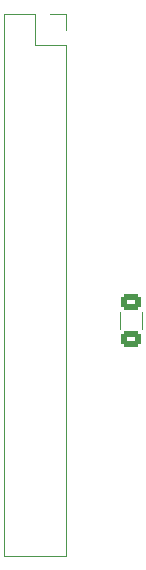
<source format=gbo>
G04 #@! TF.GenerationSoftware,KiCad,Pcbnew,8.0.7*
G04 #@! TF.CreationDate,2025-04-20T02:49:42+02:00*
G04 #@! TF.ProjectId,Am29F400B-MEGA-adapter,416d3239-4634-4303-9042-2d4d4547412d,rev?*
G04 #@! TF.SameCoordinates,Original*
G04 #@! TF.FileFunction,Legend,Bot*
G04 #@! TF.FilePolarity,Positive*
%FSLAX46Y46*%
G04 Gerber Fmt 4.6, Leading zero omitted, Abs format (unit mm)*
G04 Created by KiCad (PCBNEW 8.0.7) date 2025-04-20 02:49:42*
%MOMM*%
%LPD*%
G01*
G04 APERTURE LIST*
G04 Aperture macros list*
%AMRoundRect*
0 Rectangle with rounded corners*
0 $1 Rounding radius*
0 $2 $3 $4 $5 $6 $7 $8 $9 X,Y pos of 4 corners*
0 Add a 4 corners polygon primitive as box body*
4,1,4,$2,$3,$4,$5,$6,$7,$8,$9,$2,$3,0*
0 Add four circle primitives for the rounded corners*
1,1,$1+$1,$2,$3*
1,1,$1+$1,$4,$5*
1,1,$1+$1,$6,$7*
1,1,$1+$1,$8,$9*
0 Add four rect primitives between the rounded corners*
20,1,$1+$1,$2,$3,$4,$5,0*
20,1,$1+$1,$4,$5,$6,$7,0*
20,1,$1+$1,$6,$7,$8,$9,0*
20,1,$1+$1,$8,$9,$2,$3,0*%
G04 Aperture macros list end*
%ADD10C,0.120000*%
%ADD11RoundRect,0.250000X0.625000X-0.400000X0.625000X0.400000X-0.625000X0.400000X-0.625000X-0.400000X0*%
%ADD12R,1.700000X1.700000*%
%ADD13O,1.700000X1.700000*%
G04 APERTURE END LIST*
D10*
X126386000Y-93024936D02*
X126386000Y-94479064D01*
X124566000Y-93024936D02*
X124566000Y-94479064D01*
X114748000Y-67850000D02*
X117348000Y-67850000D01*
X114748000Y-113690000D02*
X114748000Y-67850000D01*
X114748000Y-113690000D02*
X119948000Y-113690000D01*
X117348000Y-67850000D02*
X117348000Y-70450000D01*
X117348000Y-70450000D02*
X119948000Y-70450000D01*
X118618000Y-67850000D02*
X119948000Y-67850000D01*
X119948000Y-67850000D02*
X119948000Y-69180000D01*
X119948000Y-113690000D02*
X119948000Y-70450000D01*
%LPC*%
D11*
X125476000Y-95302000D03*
X125476000Y-92202000D03*
D12*
X118618000Y-69180000D03*
D13*
X116078000Y-69180000D03*
X118618000Y-71720000D03*
X116078000Y-71720000D03*
X118618000Y-74260000D03*
X116078000Y-74260000D03*
X118618000Y-76800000D03*
X116078000Y-76800000D03*
X118618000Y-79340000D03*
X116078000Y-79340000D03*
X118618000Y-81880000D03*
X116078000Y-81880000D03*
X118618000Y-84420000D03*
X116078000Y-84420000D03*
X118618000Y-86960000D03*
X116078000Y-86960000D03*
X118618000Y-89500000D03*
X116078000Y-89500000D03*
X118618000Y-92040000D03*
X116078000Y-92040000D03*
X118618000Y-94580000D03*
X116078000Y-94580000D03*
X118618000Y-97120000D03*
X116078000Y-97120000D03*
X118618000Y-99660000D03*
X116078000Y-99660000D03*
X118618000Y-102200000D03*
X116078000Y-102200000D03*
X118618000Y-104740000D03*
X116078000Y-104740000D03*
X118618000Y-107280000D03*
X116078000Y-107280000D03*
X118618000Y-109820000D03*
X116078000Y-109820000D03*
X118618000Y-112360000D03*
X116078000Y-112360000D03*
%LPD*%
M02*

</source>
